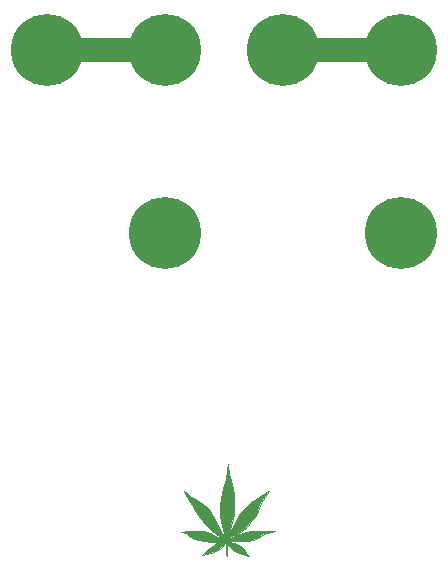
<source format=gbr>
G04 #@! TF.GenerationSoftware,KiCad,Pcbnew,(5.1.5-0)*
G04 #@! TF.CreationDate,2021-01-12T22:24:44-08:00*
G04 #@! TF.ProjectId,dualtimbre,6475616c-7469-46d6-9272-652e6b696361,rev?*
G04 #@! TF.SameCoordinates,Original*
G04 #@! TF.FileFunction,Copper,L1,Top*
G04 #@! TF.FilePolarity,Positive*
%FSLAX46Y46*%
G04 Gerber Fmt 4.6, Leading zero omitted, Abs format (unit mm)*
G04 Created by KiCad (PCBNEW (5.1.5-0)) date 2021-01-12 22:24:44*
%MOMM*%
%LPD*%
G04 APERTURE LIST*
%ADD10C,2.000000*%
%ADD11C,0.100000*%
%ADD12C,6.100000*%
G04 APERTURE END LIST*
D10*
X4500000Y-82250000D02*
X14750000Y-82250000D01*
X24500000Y-82250000D02*
X34750000Y-82250000D01*
D11*
G36*
X16596400Y-119774900D02*
G01*
X16913900Y-120016200D01*
X17479050Y-120333700D01*
X18075950Y-120765500D01*
X18450600Y-121146500D01*
X18850650Y-121711650D01*
X19447550Y-122892750D01*
X19746000Y-123457900D01*
X19758700Y-123470600D01*
X19428500Y-123496000D01*
X19326900Y-123445200D01*
X18971300Y-123197550D01*
X18564900Y-122829250D01*
X18234700Y-122480000D01*
X17879100Y-122048200D01*
X17599700Y-121629100D01*
X17409200Y-121375100D01*
X17155200Y-120917900D01*
X16901200Y-120549600D01*
X16659900Y-120130500D01*
X16380500Y-119571700D01*
X16596400Y-119774900D01*
G37*
X16596400Y-119774900D02*
X16913900Y-120016200D01*
X17479050Y-120333700D01*
X18075950Y-120765500D01*
X18450600Y-121146500D01*
X18850650Y-121711650D01*
X19447550Y-122892750D01*
X19746000Y-123457900D01*
X19758700Y-123470600D01*
X19428500Y-123496000D01*
X19326900Y-123445200D01*
X18971300Y-123197550D01*
X18564900Y-122829250D01*
X18234700Y-122480000D01*
X17879100Y-122048200D01*
X17599700Y-121629100D01*
X17409200Y-121375100D01*
X17155200Y-120917900D01*
X16901200Y-120549600D01*
X16659900Y-120130500D01*
X16380500Y-119571700D01*
X16596400Y-119774900D01*
G36*
X18002925Y-122953075D02*
G01*
X18339475Y-123048325D01*
X18603000Y-123140400D01*
X19301500Y-123546800D01*
X19331980Y-123574740D01*
X19339600Y-123559500D01*
X19339600Y-123572200D01*
X19331980Y-123574740D01*
X19250700Y-123737300D01*
X19644400Y-123877000D01*
X19434850Y-123902400D01*
X19041150Y-123927800D01*
X18564900Y-123927800D01*
X18120400Y-123864300D01*
X17637800Y-123750000D01*
X17244100Y-123635700D01*
X16837700Y-123407100D01*
X16520200Y-123178500D01*
X16113800Y-123051500D01*
X16761500Y-123000700D01*
X17294900Y-122962600D01*
X17758450Y-122956250D01*
X18002925Y-122953075D01*
G37*
X18002925Y-122953075D02*
X18339475Y-123048325D01*
X18603000Y-123140400D01*
X19301500Y-123546800D01*
X19331980Y-123574740D01*
X19339600Y-123559500D01*
X19339600Y-123572200D01*
X19331980Y-123574740D01*
X19250700Y-123737300D01*
X19644400Y-123877000D01*
X19434850Y-123902400D01*
X19041150Y-123927800D01*
X18564900Y-123927800D01*
X18120400Y-123864300D01*
X17637800Y-123750000D01*
X17244100Y-123635700D01*
X16837700Y-123407100D01*
X16520200Y-123178500D01*
X16113800Y-123051500D01*
X16761500Y-123000700D01*
X17294900Y-122962600D01*
X17758450Y-122956250D01*
X18002925Y-122953075D01*
G36*
X19866650Y-124016700D02*
G01*
X19498350Y-124448500D01*
X19060200Y-124721550D01*
X18679200Y-124861250D01*
X17929900Y-125026350D01*
X18412500Y-124499300D01*
X18806200Y-124232600D01*
X19174500Y-124029400D01*
X19644400Y-123953200D01*
X19669800Y-123953200D01*
X19866650Y-124016700D01*
G37*
X19866650Y-124016700D02*
X19498350Y-124448500D01*
X19060200Y-124721550D01*
X18679200Y-124861250D01*
X17929900Y-125026350D01*
X18412500Y-124499300D01*
X18806200Y-124232600D01*
X19174500Y-124029400D01*
X19644400Y-123953200D01*
X19669800Y-123953200D01*
X19866650Y-124016700D01*
G36*
X20000000Y-123534100D02*
G01*
X19788862Y-123727775D01*
X20007937Y-123823025D01*
X20758825Y-124365950D01*
X20577850Y-124461200D01*
X20000000Y-124004000D01*
X20012700Y-125096200D01*
X19898400Y-124956500D01*
X19892050Y-124067500D01*
X19936500Y-124067500D01*
X19555500Y-123851600D01*
X19269750Y-123699200D01*
X19434850Y-123419800D01*
X20000000Y-123534100D01*
G37*
X20000000Y-123534100D02*
X19788862Y-123727775D01*
X20007937Y-123823025D01*
X20758825Y-124365950D01*
X20577850Y-124461200D01*
X20000000Y-124004000D01*
X20012700Y-125096200D01*
X19898400Y-124956500D01*
X19892050Y-124067500D01*
X19936500Y-124067500D01*
X19555500Y-123851600D01*
X19269750Y-123699200D01*
X19434850Y-123419800D01*
X20000000Y-123534100D01*
G36*
X20641350Y-123991300D02*
G01*
X21193800Y-124270700D01*
X21520825Y-124597725D01*
X21655763Y-124827913D01*
X21887538Y-125097788D01*
X21581150Y-125013650D01*
X21327150Y-124937450D01*
X21149350Y-124873950D01*
X20774700Y-124740600D01*
X20415925Y-124546925D01*
X20155575Y-124261175D01*
X20031750Y-124099250D01*
X20095250Y-124137350D01*
X20069850Y-124073850D01*
X20133350Y-123902400D01*
X20641350Y-123991300D01*
G37*
X20641350Y-123991300D02*
X21193800Y-124270700D01*
X21520825Y-124597725D01*
X21655763Y-124827913D01*
X21887538Y-125097788D01*
X21581150Y-125013650D01*
X21327150Y-124937450D01*
X21149350Y-124873950D01*
X20774700Y-124740600D01*
X20415925Y-124546925D01*
X20155575Y-124261175D01*
X20031750Y-124099250D01*
X20095250Y-124137350D01*
X20069850Y-124073850D01*
X20133350Y-123902400D01*
X20641350Y-123991300D01*
G36*
X23073400Y-122988000D02*
G01*
X23505200Y-123013400D01*
X24083207Y-123023943D01*
X23403600Y-123178500D01*
X22971800Y-123369000D01*
X22628900Y-123584900D01*
X22209800Y-123750000D01*
X21676400Y-123838900D01*
X21231900Y-123864300D01*
X20654050Y-123845250D01*
X20076200Y-123826200D01*
X20012700Y-123750000D01*
X20228600Y-123686500D01*
X20235585Y-123635700D01*
X20551815Y-123508700D01*
X21085850Y-123280100D01*
X21638300Y-123076900D01*
X22032000Y-122962600D01*
X22476500Y-122962600D01*
X23073400Y-122988000D01*
G37*
X23073400Y-122988000D02*
X23505200Y-123013400D01*
X24083207Y-123023943D01*
X23403600Y-123178500D01*
X22971800Y-123369000D01*
X22628900Y-123584900D01*
X22209800Y-123750000D01*
X21676400Y-123838900D01*
X21231900Y-123864300D01*
X20654050Y-123845250D01*
X20076200Y-123826200D01*
X20012700Y-123750000D01*
X20228600Y-123686500D01*
X20235585Y-123635700D01*
X20551815Y-123508700D01*
X21085850Y-123280100D01*
X21638300Y-123076900D01*
X22032000Y-122962600D01*
X22476500Y-122962600D01*
X23073400Y-122988000D01*
G36*
X23060700Y-120333700D02*
G01*
X22819400Y-120829000D01*
X22616200Y-121286200D01*
X22355850Y-121806900D01*
X22082800Y-122162500D01*
X21771650Y-122575250D01*
X21301750Y-122968950D01*
X20800100Y-123305500D01*
X19695200Y-123902400D01*
X19720600Y-123572200D01*
X20025400Y-123521400D01*
X20273050Y-123083250D01*
X20488950Y-122619700D01*
X20654050Y-122289500D01*
X20838200Y-121997400D01*
X21003300Y-121679900D01*
X21282700Y-121324300D01*
X21562100Y-121006800D01*
X21892300Y-120714700D01*
X22235200Y-120486100D01*
X22616200Y-120232100D01*
X23009900Y-119965400D01*
X23543300Y-119571700D01*
X23060700Y-120333700D01*
G37*
X23060700Y-120333700D02*
X22819400Y-120829000D01*
X22616200Y-121286200D01*
X22355850Y-121806900D01*
X22082800Y-122162500D01*
X21771650Y-122575250D01*
X21301750Y-122968950D01*
X20800100Y-123305500D01*
X19695200Y-123902400D01*
X19720600Y-123572200D01*
X20025400Y-123521400D01*
X20273050Y-123083250D01*
X20488950Y-122619700D01*
X20654050Y-122289500D01*
X20838200Y-121997400D01*
X21003300Y-121679900D01*
X21282700Y-121324300D01*
X21562100Y-121006800D01*
X21892300Y-120714700D01*
X22235200Y-120486100D01*
X22616200Y-120232100D01*
X23009900Y-119965400D01*
X23543300Y-119571700D01*
X23060700Y-120333700D01*
G36*
X20215900Y-118200100D02*
G01*
X20317500Y-118682700D01*
X20431800Y-119139900D01*
X20514350Y-119470100D01*
X20577850Y-119851100D01*
X20622300Y-120371800D01*
X20622300Y-120905200D01*
X20571500Y-121489400D01*
X20508000Y-122010100D01*
X20365125Y-122505400D01*
X20066675Y-123521400D01*
X19853950Y-123470600D01*
X19619000Y-122556200D01*
X19445962Y-121692600D01*
X19461837Y-120905200D01*
X19514225Y-120244800D01*
X19676150Y-119470100D01*
X19911100Y-118657300D01*
X20038100Y-117882600D01*
X20101600Y-117361900D01*
X20215900Y-118200100D01*
G37*
X20215900Y-118200100D02*
X20317500Y-118682700D01*
X20431800Y-119139900D01*
X20514350Y-119470100D01*
X20577850Y-119851100D01*
X20622300Y-120371800D01*
X20622300Y-120905200D01*
X20571500Y-121489400D01*
X20508000Y-122010100D01*
X20365125Y-122505400D01*
X20066675Y-123521400D01*
X19853950Y-123470600D01*
X19619000Y-122556200D01*
X19445962Y-121692600D01*
X19461837Y-120905200D01*
X19514225Y-120244800D01*
X19676150Y-119470100D01*
X19911100Y-118657300D01*
X20038100Y-117882600D01*
X20101600Y-117361900D01*
X20215900Y-118200100D01*
D12*
X34750000Y-97750000D03*
X14750000Y-97750000D03*
X4750000Y-82250000D03*
X14750000Y-82250000D03*
X34750000Y-82250000D03*
X24750000Y-82250000D03*
M02*

</source>
